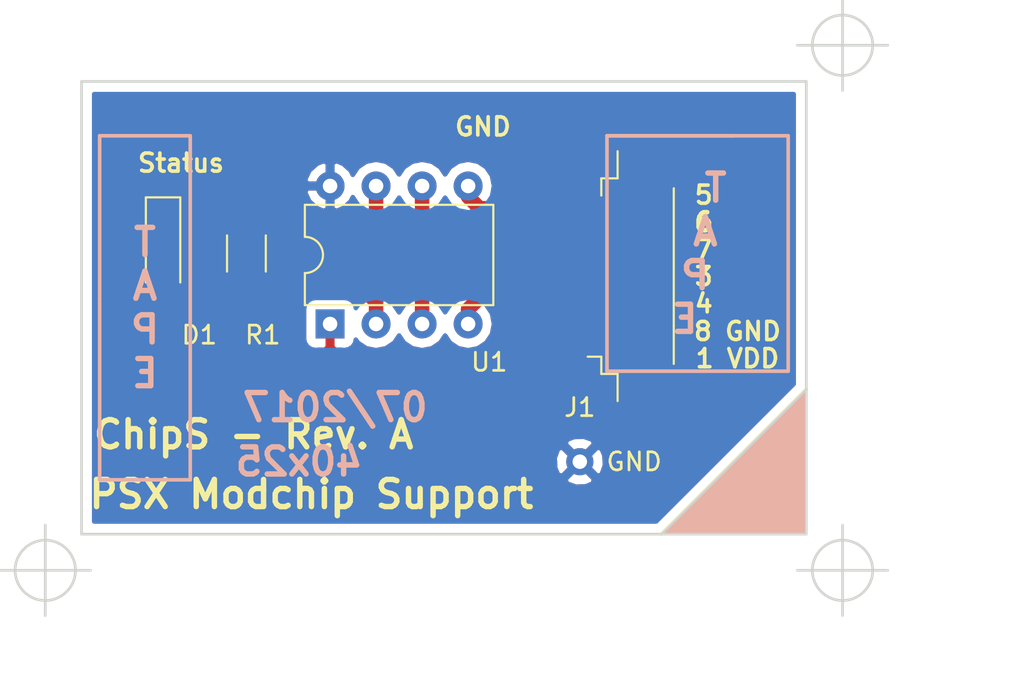
<source format=kicad_pcb>
(kicad_pcb (version 4) (host pcbnew 4.0.6)

  (general
    (links 11)
    (no_connects 0)
    (area 75.924999 58.924999 116.075001 84.075001)
    (thickness 1.6)
    (drawings 39)
    (tracks 21)
    (zones 0)
    (modules 5)
    (nets 10)
  )

  (page A4)
  (layers
    (0 F.Cu signal)
    (31 B.Cu signal)
    (33 F.Adhes user)
    (35 F.Paste user)
    (36 B.SilkS user)
    (37 F.SilkS user)
    (38 B.Mask user)
    (39 F.Mask user)
    (40 Dwgs.User user)
    (41 Cmts.User user)
    (42 Eco1.User user)
    (43 Eco2.User user)
    (44 Edge.Cuts user)
    (45 Margin user)
    (47 F.CrtYd user)
    (49 F.Fab user)
  )

  (setup
    (last_trace_width 0.8)
    (trace_clearance 0.4)
    (zone_clearance 0.5)
    (zone_45_only no)
    (trace_min 0.5)
    (segment_width 0.2)
    (edge_width 0.15)
    (via_size 0.6)
    (via_drill 0.4)
    (via_min_size 0.4)
    (via_min_drill 0.3)
    (uvia_size 0.3)
    (uvia_drill 0.1)
    (uvias_allowed no)
    (uvia_min_size 0.2)
    (uvia_min_drill 0.1)
    (pcb_text_width 0.3)
    (pcb_text_size 1.5 1.5)
    (mod_edge_width 0.15)
    (mod_text_size 1 1)
    (mod_text_width 0.15)
    (pad_size 1.5 1.5)
    (pad_drill 0.8)
    (pad_to_mask_clearance 0.2)
    (aux_axis_origin 76 84)
    (grid_origin 76 84)
    (visible_elements 7FFFFFFF)
    (pcbplotparams
      (layerselection 0x011f0_80000001)
      (usegerberextensions false)
      (usegerberattributes true)
      (excludeedgelayer true)
      (linewidth 0.100000)
      (plotframeref false)
      (viasonmask true)
      (mode 1)
      (useauxorigin false)
      (hpglpennumber 1)
      (hpglpenspeed 20)
      (hpglpendiameter 15)
      (hpglpenoverlay 2)
      (psnegative false)
      (psa4output false)
      (plotreference true)
      (plotvalue true)
      (plotinvisibletext false)
      (padsonsilk false)
      (subtractmaskfromsilk false)
      (outputformat 1)
      (mirror false)
      (drillshape 0)
      (scaleselection 1)
      (outputdirectory Outputs/Gerber/))
  )

  (net 0 "")
  (net 1 VDD)
  (net 2 GND)
  (net 3 /GP4)
  (net 4 /GP3)
  (net 5 "Net-(D1-Pad1)")
  (net 6 /GP2)
  (net 7 /GP1)
  (net 8 /GP0)
  (net 9 /GP5)

  (net_class Default "Ceci est la Netclass par défaut"
    (clearance 0.4)
    (trace_width 0.8)
    (via_dia 0.6)
    (via_drill 0.4)
    (uvia_dia 0.3)
    (uvia_drill 0.1)
    (add_net /GP0)
    (add_net /GP1)
    (add_net /GP2)
    (add_net /GP3)
    (add_net /GP4)
    (add_net /GP5)
    (add_net GND)
    (add_net "Net-(D1-Pad1)")
    (add_net VDD)
  )

  (module Measurement_Points:Measurement_Point_Round-TH_Small (layer F.Cu) (tedit 5978FF09) (tstamp 5977B359)
    (at 103.5 80)
    (descr "Mesurement Point, Square, Trough Hole,  DM 1.5mm, Drill 0.8mm,")
    (tags "Mesurement Point Round Trough Hole 1.5mm Drill 0.8mm")
    (attr virtual)
    (fp_text reference GND (at 3 0) (layer F.SilkS)
      (effects (font (size 1 1) (thickness 0.15)))
    )
    (fp_text value Measurement_Point_Round-TH_Small (at 0 2) (layer F.Fab)
      (effects (font (size 1 1) (thickness 0.15)))
    )
    (fp_circle (center 0 0) (end 1 0) (layer F.CrtYd) (width 0.05))
    (pad 1 thru_hole circle (at 0 0) (size 1.5 1.5) (drill 0.8) (layers *.Cu *.Mask)
      (net 2 GND))
  )

  (module Connectors_Molex:Molex_PicoBlade_53398-0771_07x1.25mm_Straight (layer F.Cu) (tedit 5978F17D) (tstamp 596E4311)
    (at 106.0609 69.7506 90)
    (descr "Molex PicoBlade, single row, top entry type, surface mount, PN:53398-0771")
    (tags "connector molex picoblade smt")
    (path /5969FCFB)
    (attr smd)
    (fp_text reference J1 (at -7.2494 -2.5609 180) (layer F.SilkS)
      (effects (font (size 1 1) (thickness 0.15)))
    )
    (fp_text value CONN_01X07 (at 8.7506 -3.0609 180) (layer F.Fab)
      (effects (font (size 1 1) (thickness 0.15)))
    )
    (fp_line (start -5.25 -1.225) (end -5.25 2.475) (layer F.Fab) (width 0.1))
    (fp_line (start -5.25 2.475) (end 5.25 2.475) (layer F.Fab) (width 0.1))
    (fp_line (start 5.25 2.475) (end 5.25 -1.225) (layer F.Fab) (width 0.1))
    (fp_line (start 5.25 -1.225) (end -5.25 -1.225) (layer F.Fab) (width 0.1))
    (fp_line (start 5.25 2.475) (end 6.75 2.475) (layer F.Fab) (width 0.1))
    (fp_line (start 6.75 2.475) (end 6.75 -0.325) (layer F.Fab) (width 0.1))
    (fp_line (start 6.75 -0.325) (end 5.25 -0.325) (layer F.Fab) (width 0.1))
    (fp_line (start -5.25 2.475) (end -6.75 2.475) (layer F.Fab) (width 0.1))
    (fp_line (start -6.75 2.475) (end -6.75 -0.325) (layer F.Fab) (width 0.1))
    (fp_line (start -6.75 -0.325) (end -5.25 -0.325) (layer F.Fab) (width 0.1))
    (fp_line (start 4.45 -1.375) (end 5.4 -1.375) (layer F.SilkS) (width 0.12))
    (fp_line (start 5.4 -1.375) (end 5.4 -0.475) (layer F.SilkS) (width 0.12))
    (fp_line (start 5.4 -0.475) (end 6.9 -0.475) (layer F.SilkS) (width 0.12))
    (fp_line (start -4.45 -1.375) (end -5.4 -1.375) (layer F.SilkS) (width 0.12))
    (fp_line (start -5.4 -1.375) (end -5.4 -0.475) (layer F.SilkS) (width 0.12))
    (fp_line (start -5.4 -0.475) (end -6.9 -0.475) (layer F.SilkS) (width 0.12))
    (fp_line (start -4.85 2.625) (end 4.85 2.625) (layer F.SilkS) (width 0.12))
    (fp_line (start -4.45 -1.375) (end -4.45 -2.125) (layer F.SilkS) (width 0.12))
    (fp_line (start -4.15 -1.225) (end -3.75 -0.425) (layer F.Fab) (width 0.1))
    (fp_line (start -3.75 -0.425) (end -3.35 -1.225) (layer F.Fab) (width 0.1))
    (fp_line (start -3.35 -1.225) (end -4.15 -1.225) (layer F.Fab) (width 0.1))
    (fp_line (start 0 -2.7) (end 5.8 -2.7) (layer F.CrtYd) (width 0.05))
    (fp_line (start 5.8 -2.7) (end 5.8 -0.9) (layer F.CrtYd) (width 0.05))
    (fp_line (start 5.8 -0.9) (end 7.9 -0.9) (layer F.CrtYd) (width 0.05))
    (fp_line (start 7.9 -0.9) (end 7.9 3.5) (layer F.CrtYd) (width 0.05))
    (fp_line (start 7.9 3.5) (end 0 3.5) (layer F.CrtYd) (width 0.05))
    (fp_line (start 0 -2.7) (end -5.8 -2.7) (layer F.CrtYd) (width 0.05))
    (fp_line (start -5.8 -2.7) (end -5.8 -0.9) (layer F.CrtYd) (width 0.05))
    (fp_line (start -5.8 -0.9) (end -7.9 -0.9) (layer F.CrtYd) (width 0.05))
    (fp_line (start -7.9 -0.9) (end -7.9 3.5) (layer F.CrtYd) (width 0.05))
    (fp_line (start -7.9 3.5) (end 0 3.5) (layer F.CrtYd) (width 0.05))
    (fp_text user %R (at 0 1.5 90) (layer F.Fab)
      (effects (font (size 1 1) (thickness 0.15)))
    )
    (pad 1 smd rect (at -3.75 -1.375 90) (size 0.8 1.5) (layers F.Cu F.Paste F.Mask)
      (net 1 VDD))
    (pad 2 smd rect (at -2.5 -1.375 90) (size 0.8 1.5) (layers F.Cu F.Paste F.Mask)
      (net 2 GND))
    (pad 3 smd rect (at -1.25 -1.375 90) (size 0.8 1.5) (layers F.Cu F.Paste F.Mask)
      (net 4 /GP3))
    (pad 4 smd rect (at 0 -1.375 90) (size 0.8 1.5) (layers F.Cu F.Paste F.Mask)
      (net 3 /GP4))
    (pad 5 smd rect (at 1.25 -1.375 90) (size 0.8 1.5) (layers F.Cu F.Paste F.Mask)
      (net 8 /GP0))
    (pad 6 smd rect (at 2.5 -1.375 90) (size 0.8 1.5) (layers F.Cu F.Paste F.Mask)
      (net 7 /GP1))
    (pad 7 smd rect (at 3.75 -1.375 90) (size 0.8 1.5) (layers F.Cu F.Paste F.Mask)
      (net 6 /GP2))
    (pad "" smd rect (at -6.25 1.375 90) (size 2.2 3.1) (layers F.Cu F.Paste F.Mask))
    (pad "" smd rect (at 6.25 1.375 90) (size 2.2 3.1) (layers F.Cu F.Paste F.Mask))
    (model ${KISYS3DMOD}/Connectors_Molex.3dshapes/Molex_PicoBlade_53398-0771_07x1.25mm_Straight.wrl
      (at (xyz 0 0 0))
      (scale (xyz 1 1 1))
      (rotate (xyz 0 0 0))
    )
  )

  (module Housings_DIP:DIP-8_W7.62mm (layer F.Cu) (tedit 5977B26F) (tstamp 596E432D)
    (at 89.716 72.3922 90)
    (descr "8-lead dip package, row spacing 7.62 mm (300 mils)")
    (tags "DIL DIP PDIP 2.54mm 7.62mm 300mil")
    (path /5969EAAC)
    (fp_text reference U1 (at -2.1078 8.784 180) (layer F.SilkS)
      (effects (font (size 1 1) (thickness 0.15)))
    )
    (fp_text value PIC12C508 (at -2.6078 3.284 180) (layer F.Fab)
      (effects (font (size 1 1) (thickness 0.15)))
    )
    (fp_text user %R (at 3.81 3.81 90) (layer F.Fab)
      (effects (font (size 1 1) (thickness 0.15)))
    )
    (fp_line (start 1.635 -1.27) (end 6.985 -1.27) (layer F.Fab) (width 0.1))
    (fp_line (start 6.985 -1.27) (end 6.985 8.89) (layer F.Fab) (width 0.1))
    (fp_line (start 6.985 8.89) (end 0.635 8.89) (layer F.Fab) (width 0.1))
    (fp_line (start 0.635 8.89) (end 0.635 -0.27) (layer F.Fab) (width 0.1))
    (fp_line (start 0.635 -0.27) (end 1.635 -1.27) (layer F.Fab) (width 0.1))
    (fp_line (start 2.81 -1.39) (end 1.04 -1.39) (layer F.SilkS) (width 0.12))
    (fp_line (start 1.04 -1.39) (end 1.04 9.01) (layer F.SilkS) (width 0.12))
    (fp_line (start 1.04 9.01) (end 6.58 9.01) (layer F.SilkS) (width 0.12))
    (fp_line (start 6.58 9.01) (end 6.58 -1.39) (layer F.SilkS) (width 0.12))
    (fp_line (start 6.58 -1.39) (end 4.81 -1.39) (layer F.SilkS) (width 0.12))
    (fp_line (start -1.1 -1.6) (end -1.1 9.2) (layer F.CrtYd) (width 0.05))
    (fp_line (start -1.1 9.2) (end 8.7 9.2) (layer F.CrtYd) (width 0.05))
    (fp_line (start 8.7 9.2) (end 8.7 -1.6) (layer F.CrtYd) (width 0.05))
    (fp_line (start 8.7 -1.6) (end -1.1 -1.6) (layer F.CrtYd) (width 0.05))
    (fp_arc (start 3.81 -1.39) (end 2.81 -1.39) (angle -180) (layer F.SilkS) (width 0.12))
    (pad 1 thru_hole rect (at 0 0 90) (size 1.6 1.6) (drill 0.8) (layers *.Cu *.Mask)
      (net 1 VDD))
    (pad 5 thru_hole oval (at 7.62 7.62 90) (size 1.6 1.6) (drill 0.8) (layers *.Cu *.Mask)
      (net 6 /GP2))
    (pad 2 thru_hole oval (at 0 2.54 90) (size 1.6 1.6) (drill 0.8) (layers *.Cu *.Mask)
      (net 9 /GP5))
    (pad 6 thru_hole oval (at 7.62 5.08 90) (size 1.6 1.6) (drill 0.8) (layers *.Cu *.Mask)
      (net 7 /GP1))
    (pad 3 thru_hole oval (at 0 5.08 90) (size 1.6 1.6) (drill 0.8) (layers *.Cu *.Mask)
      (net 3 /GP4))
    (pad 7 thru_hole oval (at 7.62 2.54 90) (size 1.6 1.6) (drill 0.8) (layers *.Cu *.Mask)
      (net 8 /GP0))
    (pad 4 thru_hole oval (at 0 7.62 90) (size 1.6 1.6) (drill 0.8) (layers *.Cu *.Mask)
      (net 4 /GP3))
    (pad 8 thru_hole oval (at 7.62 0 90) (size 1.6 1.6) (drill 0.8) (layers *.Cu *.Mask)
      (net 2 GND))
    (model ${KISYS3DMOD}/Housings_DIP.3dshapes/DIP-8_W7.62mm.wrl
      (at (xyz 0 0 0))
      (scale (xyz 1 1 1))
      (rotate (xyz 0 0 0))
    )
  )

  (module Resistors_SMD:R_1206_HandSoldering (layer F.Cu) (tedit 5977ADF7) (tstamp 596E4B19)
    (at 85.1 68.5 270)
    (descr "Resistor SMD 1206, hand soldering")
    (tags "resistor 1206")
    (path /5969F049)
    (attr smd)
    (fp_text reference R1 (at 4.5 -0.9 360) (layer F.SilkS)
      (effects (font (size 1 1) (thickness 0.15)))
    )
    (fp_text value 120R (at 0 1.9 270) (layer F.Fab)
      (effects (font (size 1 1) (thickness 0.15)))
    )
    (fp_text user %R (at 0 0 270) (layer F.Fab)
      (effects (font (size 0.7 0.7) (thickness 0.105)))
    )
    (fp_line (start -1.6 0.8) (end -1.6 -0.8) (layer F.Fab) (width 0.1))
    (fp_line (start 1.6 0.8) (end -1.6 0.8) (layer F.Fab) (width 0.1))
    (fp_line (start 1.6 -0.8) (end 1.6 0.8) (layer F.Fab) (width 0.1))
    (fp_line (start -1.6 -0.8) (end 1.6 -0.8) (layer F.Fab) (width 0.1))
    (fp_line (start 1 1.07) (end -1 1.07) (layer F.SilkS) (width 0.12))
    (fp_line (start -1 -1.07) (end 1 -1.07) (layer F.SilkS) (width 0.12))
    (fp_line (start -3.25 -1.11) (end 3.25 -1.11) (layer F.CrtYd) (width 0.05))
    (fp_line (start -3.25 -1.11) (end -3.25 1.1) (layer F.CrtYd) (width 0.05))
    (fp_line (start 3.25 1.1) (end 3.25 -1.11) (layer F.CrtYd) (width 0.05))
    (fp_line (start 3.25 1.1) (end -3.25 1.1) (layer F.CrtYd) (width 0.05))
    (pad 1 smd rect (at -2 0 270) (size 2 1.7) (layers F.Cu F.Paste F.Mask)
      (net 5 "Net-(D1-Pad1)"))
    (pad 2 smd rect (at 2 0 270) (size 2 1.7) (layers F.Cu F.Paste F.Mask)
      (net 9 /GP5))
    (model ${KISYS3DMOD}/Resistors_SMD.3dshapes/R_1206.wrl
      (at (xyz 0 0 0))
      (scale (xyz 1 1 1))
      (rotate (xyz 0 0 0))
    )
  )

  (module LEDs:LED_1206_HandSoldering (layer F.Cu) (tedit 5977ADF2) (tstamp 596E4C3B)
    (at 80.5 68.5 270)
    (descr "LED SMD 1206, hand soldering")
    (tags "LED 1206")
    (path /5969F4B7)
    (attr smd)
    (fp_text reference D1 (at 4.5 -2 360) (layer F.SilkS)
      (effects (font (size 1 1) (thickness 0.15)))
    )
    (fp_text value LED (at 0 1.9 270) (layer F.Fab)
      (effects (font (size 1 1) (thickness 0.15)))
    )
    (fp_line (start -3.1 -0.95) (end -3.1 0.95) (layer F.SilkS) (width 0.12))
    (fp_line (start -0.4 0) (end 0.2 -0.4) (layer F.Fab) (width 0.1))
    (fp_line (start 0.2 -0.4) (end 0.2 0.4) (layer F.Fab) (width 0.1))
    (fp_line (start 0.2 0.4) (end -0.4 0) (layer F.Fab) (width 0.1))
    (fp_line (start -0.45 -0.4) (end -0.45 0.4) (layer F.Fab) (width 0.1))
    (fp_line (start -1.6 0.8) (end -1.6 -0.8) (layer F.Fab) (width 0.1))
    (fp_line (start 1.6 0.8) (end -1.6 0.8) (layer F.Fab) (width 0.1))
    (fp_line (start 1.6 -0.8) (end 1.6 0.8) (layer F.Fab) (width 0.1))
    (fp_line (start -1.6 -0.8) (end 1.6 -0.8) (layer F.Fab) (width 0.1))
    (fp_line (start -3.1 0.95) (end 1.6 0.95) (layer F.SilkS) (width 0.12))
    (fp_line (start -3.1 -0.95) (end 1.6 -0.95) (layer F.SilkS) (width 0.12))
    (fp_line (start -3.25 -1.11) (end 3.25 -1.11) (layer F.CrtYd) (width 0.05))
    (fp_line (start -3.25 -1.11) (end -3.25 1.1) (layer F.CrtYd) (width 0.05))
    (fp_line (start 3.25 1.1) (end 3.25 -1.11) (layer F.CrtYd) (width 0.05))
    (fp_line (start 3.25 1.1) (end -3.25 1.1) (layer F.CrtYd) (width 0.05))
    (pad 1 smd rect (at -2 0 270) (size 2 1.7) (layers F.Cu F.Paste F.Mask)
      (net 5 "Net-(D1-Pad1)"))
    (pad 2 smd rect (at 2 0 270) (size 2 1.7) (layers F.Cu F.Paste F.Mask)
      (net 1 VDD))
    (model ${KISYS3DMOD}/LEDs.3dshapes/LED_1206.wrl
      (at (xyz 0 0 0))
      (scale (xyz 1 1 1))
      (rotate (xyz 0 0 180))
    )
  )

  (gr_line (start 108 84) (end 116 76) (angle 90) (layer Edge.Cuts) (width 0.15))
  (gr_text 07/2017 (at 90 77) (layer B.SilkS)
    (effects (font (size 1.5 1.5) (thickness 0.3)) (justify mirror))
  )
  (target plus (at 74 86) (size 5) (width 0.15) (layer Edge.Cuts))
  (target plus (at 118 57) (size 5) (width 0.15) (layer Edge.Cuts))
  (target plus (at 118 86) (size 5) (width 0.15) (layer Edge.Cuts))
  (gr_text "T\n A\n  P\n   E" (at 111 68.5) (layer B.SilkS)
    (effects (font (size 1.5 1.5) (thickness 0.3)) (justify mirror))
  )
  (gr_line (start 105 62) (end 112 62) (angle 90) (layer B.SilkS) (width 0.2))
  (gr_line (start 105 75) (end 105 62) (angle 90) (layer B.SilkS) (width 0.2))
  (gr_line (start 115 75) (end 105 75) (angle 90) (layer B.SilkS) (width 0.2))
  (gr_line (start 115 62) (end 115 75) (angle 90) (layer B.SilkS) (width 0.2))
  (gr_line (start 105 62) (end 115 62) (angle 90) (layer B.SilkS) (width 0.2))
  (gr_text "T\nA\nP\nE" (at 79.5 71.5) (layer B.SilkS)
    (effects (font (size 1.5 1.5) (thickness 0.3)) (justify mirror))
  )
  (gr_line (start 77 81) (end 77 71) (angle 90) (layer B.SilkS) (width 0.2))
  (gr_line (start 82 81) (end 77 81) (angle 90) (layer B.SilkS) (width 0.2))
  (gr_line (start 82 62) (end 82 81) (angle 90) (layer B.SilkS) (width 0.2))
  (gr_line (start 77 62) (end 82 62) (angle 90) (layer B.SilkS) (width 0.2))
  (gr_line (start 77 71) (end 77 62) (angle 90) (layer B.SilkS) (width 0.2))
  (gr_text GND (at 96.5 61.5) (layer F.SilkS)
    (effects (font (size 1 1) (thickness 0.2)) (justify left))
  )
  (dimension 25 (width 0.3) (layer Dwgs.User)
    (gr_text "25,000 mm" (at 125.35 71.5 270) (layer Dwgs.User)
      (effects (font (size 1.5 1.5) (thickness 0.3)))
    )
    (feature1 (pts (xy 116 84) (xy 126.7 84)))
    (feature2 (pts (xy 116 59) (xy 126.7 59)))
    (crossbar (pts (xy 124 59) (xy 124 84)))
    (arrow1a (pts (xy 124 84) (xy 123.413579 82.873496)))
    (arrow1b (pts (xy 124 84) (xy 124.586421 82.873496)))
    (arrow2a (pts (xy 124 59) (xy 123.413579 60.126504)))
    (arrow2b (pts (xy 124 59) (xy 124.586421 60.126504)))
  )
  (dimension 17 (width 0.3) (layer Dwgs.User)
    (gr_text "17,000 mm" (at 121.35 67.5 270) (layer Dwgs.User)
      (effects (font (size 1.5 1.5) (thickness 0.3)))
    )
    (feature1 (pts (xy 116 76) (xy 122.7 76)))
    (feature2 (pts (xy 116 59) (xy 122.7 59)))
    (crossbar (pts (xy 120 59) (xy 120 76)))
    (arrow1a (pts (xy 120 76) (xy 119.413579 74.873496)))
    (arrow1b (pts (xy 120 76) (xy 120.586421 74.873496)))
    (arrow2a (pts (xy 120 59) (xy 119.413579 60.126504)))
    (arrow2b (pts (xy 120 59) (xy 120.586421 60.126504)))
  )
  (gr_line (start 116 59) (end 76 59) (angle 90) (layer Edge.Cuts) (width 0.15))
  (gr_text 5 (at 110.341 65.27) (layer F.SilkS)
    (effects (font (size 1 1) (thickness 0.2)))
  )
  (gr_text "8 GND" (at 112.2 72.8) (layer F.SilkS)
    (effects (font (size 1 1) (thickness 0.2)))
  )
  (gr_text "1 VDD" (at 112.2 74.3) (layer F.SilkS)
    (effects (font (size 1 1) (thickness 0.2)))
  )
  (gr_text 4 (at 110.341 71.27) (layer F.SilkS)
    (effects (font (size 1 1) (thickness 0.2)))
  )
  (gr_text "3\n" (at 110.341 69.77) (layer F.SilkS)
    (effects (font (size 1 1) (thickness 0.2)))
  )
  (gr_text 7 (at 110.341 68.27) (layer F.SilkS)
    (effects (font (size 1 1) (thickness 0.2)))
  )
  (gr_text "PSX Modchip Support" (at 101.1 81.8) (layer F.SilkS)
    (effects (font (size 1.5 1.5) (thickness 0.3)) (justify right))
  )
  (gr_text Status (at 79 63.5) (layer F.SilkS)
    (effects (font (size 1 1) (thickness 0.2)) (justify left))
  )
  (dimension 40 (width 0.3) (layer Dwgs.User)
    (gr_text "40,000 mm" (at 96 93.35) (layer Dwgs.User)
      (effects (font (size 1.5 1.5) (thickness 0.3)))
    )
    (feature1 (pts (xy 116 84) (xy 116 94.7)))
    (feature2 (pts (xy 76 84) (xy 76 94.7)))
    (crossbar (pts (xy 76 92) (xy 116 92)))
    (arrow1a (pts (xy 116 92) (xy 114.873496 92.586421)))
    (arrow1b (pts (xy 116 92) (xy 114.873496 91.413579)))
    (arrow2a (pts (xy 76 92) (xy 77.126504 92.586421)))
    (arrow2b (pts (xy 76 92) (xy 77.126504 91.413579)))
  )
  (dimension 32 (width 0.3) (layer Dwgs.User)
    (gr_text "32,000 mm" (at 92 89.35) (layer Dwgs.User)
      (effects (font (size 1.5 1.5) (thickness 0.3)))
    )
    (feature1 (pts (xy 108 84) (xy 108 90.7)))
    (feature2 (pts (xy 76 84) (xy 76 90.7)))
    (crossbar (pts (xy 76 88) (xy 108 88)))
    (arrow1a (pts (xy 108 88) (xy 106.873496 88.586421)))
    (arrow1b (pts (xy 108 88) (xy 106.873496 87.413579)))
    (arrow2a (pts (xy 76 88) (xy 77.126504 88.586421)))
    (arrow2b (pts (xy 76 88) (xy 77.126504 87.413579)))
  )
  (gr_text 6 (at 110.341 66.77) (layer F.SilkS)
    (effects (font (size 1 1) (thickness 0.25)))
  )
  (gr_text "ChipS - Rev. A" (at 85.5 78.5) (layer F.SilkS)
    (effects (font (size 1.5 1.5) (thickness 0.3)))
  )
  (gr_text 40x25 (at 88 80) (layer B.SilkS)
    (effects (font (size 1.5 1.5) (thickness 0.3)) (justify mirror))
  )
  (gr_line (start 93.5 69) (end 93.5 68) (angle 90) (layer Eco1.User) (width 0.2))
  (gr_line (start 108 84) (end 116 76) (angle 90) (layer F.SilkS) (width 0.2))
  (gr_line (start 76 84) (end 76 59) (angle 90) (layer Edge.Cuts) (width 0.15))
  (gr_line (start 116 84) (end 76 84) (angle 90) (layer Edge.Cuts) (width 0.15))
  (gr_line (start 116 59) (end 116 84) (angle 90) (layer Edge.Cuts) (width 0.15))

  (segment (start 94.796 72.3922) (end 94.796 70.542002) (width 0.8) (layer F.Cu) (net 3))
  (segment (start 94.796 70.542002) (end 95.587402 69.7506) (width 0.8) (layer F.Cu) (net 3) (tstamp 5977AAEE))
  (segment (start 95.587402 69.7506) (end 104.6859 69.7506) (width 0.8) (layer F.Cu) (net 3) (tstamp 5977AAEF))
  (segment (start 97.336 72.3922) (end 97.336 71.5794) (width 0.8) (layer F.Cu) (net 4))
  (segment (start 97.336 71.5794) (end 97.9148 71.0006) (width 0.8) (layer F.Cu) (net 4) (tstamp 5977AAF3))
  (segment (start 97.9148 71.0006) (end 104.6859 71.0006) (width 0.8) (layer F.Cu) (net 4) (tstamp 5977AAF4))
  (segment (start 80.5 66.5) (end 85.1 66.5) (width 0.8) (layer F.Cu) (net 5))
  (segment (start 97.336 64.7722) (end 97.336 65.3691) (width 0.8) (layer F.Cu) (net 6))
  (segment (start 97.336 64.7722) (end 97.336 65.3691) (width 0.5) (layer F.Cu) (net 6))
  (segment (start 97.336 65.3691) (end 97.9675 66.0006) (width 0.8) (layer F.Cu) (net 6) (tstamp 5977AAEA))
  (segment (start 97.9675 66.0006) (end 104.6859 66.0006) (width 0.8) (layer F.Cu) (net 6) (tstamp 5977AAEB))
  (segment (start 97.336 64.7722) (end 97.336 65.0008) (width 0.5) (layer F.Cu) (net 6))
  (segment (start 94.796 64.7722) (end 94.796 66.2962) (width 0.8) (layer F.Cu) (net 7))
  (segment (start 94.796 66.2962) (end 95.7504 67.2506) (width 0.8) (layer F.Cu) (net 7) (tstamp 5977AAE6))
  (segment (start 95.7504 67.2506) (end 104.6859 67.2506) (width 0.8) (layer F.Cu) (net 7) (tstamp 5977AAE7))
  (segment (start 104.6859 68.5006) (end 93.7365 68.5006) (width 0.8) (layer F.Cu) (net 8))
  (segment (start 93.7365 68.5006) (end 92.256 67.0201) (width 0.8) (layer F.Cu) (net 8) (tstamp 5977AAE2))
  (segment (start 92.256 67.0201) (end 92.256 64.7722) (width 0.8) (layer F.Cu) (net 8) (tstamp 5977AAE3))
  (segment (start 85.1 70.5) (end 91.583 70.5) (width 0.8) (layer F.Cu) (net 9))
  (segment (start 91.583 70.5) (end 92.256 71.173) (width 0.8) (layer F.Cu) (net 9) (tstamp 5977A709))
  (segment (start 92.256 71.173) (end 92.256 72.3922) (width 0.8) (layer F.Cu) (net 9) (tstamp 5977A70A))

  (zone (net 0) (net_name "") (layer F.SilkS) (tstamp 5976450E) (hatch edge 0.508)
    (connect_pads (clearance 0.5))
    (min_thickness 0.25)
    (fill yes (arc_segments 16) (thermal_gap 0.5) (thermal_bridge_width 0.5))
    (polygon
      (pts
        (xy 116 84) (xy 108 84) (xy 116 76)
      )
    )
    (filled_polygon
      (pts
        (xy 115.875 83.875) (xy 108.301776 83.875) (xy 115.875 76.301776)
      )
    )
  )
  (zone (net 1) (net_name VDD) (layer F.Cu) (tstamp 5977ABB4) (hatch edge 0.508)
    (priority 1)
    (connect_pads (clearance 0.5))
    (min_thickness 0.25)
    (fill yes (arc_segments 16) (thermal_gap 0.5) (thermal_bridge_width 0.5))
    (polygon
      (pts
        (xy 81.4 75.2) (xy 88.9 75.2) (xy 88.9 71.6) (xy 90.5 71.6) (xy 90.5 75.2)
        (xy 100.4 75.2) (xy 100.4 73.1) (xy 106 73.1) (xy 106 74.4) (xy 101.8 74.4)
        (xy 101.8 76.6) (xy 79.6 76.6) (xy 79.6 69.5) (xy 81.4 69.5)
      )
    )
    (filled_polygon
      (pts
        (xy 80.625 70.375) (xy 80.645 70.375) (xy 80.645 70.625) (xy 80.625 70.625) (xy 80.625 71.96875)
        (xy 80.78125 72.125) (xy 81.275 72.125) (xy 81.275 75.2) (xy 81.284848 75.248632) (xy 81.312841 75.289601)
        (xy 81.354568 75.316451) (xy 81.4 75.325) (xy 88.9 75.325) (xy 88.948632 75.315152) (xy 88.989601 75.287159)
        (xy 89.016451 75.245432) (xy 89.025 75.2) (xy 89.025 73.8172) (xy 89.43475 73.8172) (xy 89.591 73.66095)
        (xy 89.591 72.5172) (xy 89.571 72.5172) (xy 89.571 72.2672) (xy 89.591 72.2672) (xy 89.591 72.2472)
        (xy 89.841 72.2472) (xy 89.841 72.2672) (xy 89.861 72.2672) (xy 89.861 72.5172) (xy 89.841 72.5172)
        (xy 89.841 73.66095) (xy 89.99725 73.8172) (xy 90.375 73.8172) (xy 90.375 75.2) (xy 90.384848 75.248632)
        (xy 90.412841 75.289601) (xy 90.454568 75.316451) (xy 90.5 75.325) (xy 100.4 75.325) (xy 100.448632 75.315152)
        (xy 100.489601 75.287159) (xy 100.516451 75.245432) (xy 100.525 75.2) (xy 100.525 73.225) (xy 103.31655 73.225)
        (xy 103.46715 73.3756) (xy 104.5609 73.3756) (xy 104.5609 73.3556) (xy 104.8109 73.3556) (xy 104.8109 73.3756)
        (xy 104.8309 73.3756) (xy 104.8309 73.6256) (xy 104.8109 73.6256) (xy 104.8109 73.6456) (xy 104.5609 73.6456)
        (xy 104.5609 73.6256) (xy 103.46715 73.6256) (xy 103.3109 73.78185) (xy 103.3109 74.02492) (xy 103.40605 74.254634)
        (xy 103.426416 74.275) (xy 101.8 74.275) (xy 101.751368 74.284848) (xy 101.710399 74.312841) (xy 101.683549 74.354568)
        (xy 101.675 74.4) (xy 101.675 76.475) (xy 79.725 76.475) (xy 79.725 72.125) (xy 80.21875 72.125)
        (xy 80.375 71.96875) (xy 80.375 70.625) (xy 80.355 70.625) (xy 80.355 70.375) (xy 80.375 70.375)
        (xy 80.375 70.355) (xy 80.625 70.355)
      )
    )
  )
  (zone (net 2) (net_name GND) (layer F.Cu) (tstamp 5977AF9E) (hatch edge 0.508)
    (connect_pads (clearance 0.5))
    (min_thickness 0.25)
    (fill yes (arc_segments 16) (thermal_gap 0.5) (thermal_bridge_width 0.5))
    (polygon
      (pts
        (xy 116 76) (xy 108 84) (xy 76 84) (xy 76 59) (xy 116 59)
      )
    )
    (filled_polygon
      (pts
        (xy 115.3 75.710051) (xy 107.71005 83.3) (xy 76.7 83.3) (xy 76.7 80.964776) (xy 102.712 80.964776)
        (xy 102.780371 81.203147) (xy 103.295574 81.386953) (xy 103.841899 81.359608) (xy 104.219629 81.203147) (xy 104.288 80.964776)
        (xy 103.5 80.176777) (xy 102.712 80.964776) (xy 76.7 80.964776) (xy 76.7 79.795574) (xy 102.113047 79.795574)
        (xy 102.140392 80.341899) (xy 102.296853 80.719629) (xy 102.535224 80.788) (xy 103.323223 80) (xy 103.676777 80)
        (xy 104.464776 80.788) (xy 104.703147 80.719629) (xy 104.886953 80.204426) (xy 104.859608 79.658101) (xy 104.703147 79.280371)
        (xy 104.464776 79.212) (xy 103.676777 80) (xy 103.323223 80) (xy 102.535224 79.212) (xy 102.296853 79.280371)
        (xy 102.113047 79.795574) (xy 76.7 79.795574) (xy 76.7 79.035224) (xy 102.712 79.035224) (xy 103.5 79.823223)
        (xy 104.288 79.035224) (xy 104.219629 78.796853) (xy 103.704426 78.613047) (xy 103.158101 78.640392) (xy 102.780371 78.796853)
        (xy 102.712 79.035224) (xy 76.7 79.035224) (xy 76.7 69.5) (xy 78.975 69.5) (xy 78.975 76.6)
        (xy 79.017743 76.827161) (xy 79.151995 77.035794) (xy 79.35684 77.175759) (xy 79.6 77.225) (xy 101.8 77.225)
        (xy 102.027161 77.182257) (xy 102.235794 77.048005) (xy 102.375759 76.84316) (xy 102.425 76.6) (xy 102.425 75.025)
        (xy 105.248656 75.025) (xy 105.248656 77.1006) (xy 105.292237 77.332211) (xy 105.429119 77.544932) (xy 105.637976 77.687638)
        (xy 105.8859 77.737844) (xy 108.9859 77.737844) (xy 109.217511 77.694263) (xy 109.430232 77.557381) (xy 109.572938 77.348524)
        (xy 109.623144 77.1006) (xy 109.623144 74.9006) (xy 109.579563 74.668989) (xy 109.442681 74.456268) (xy 109.233824 74.313562)
        (xy 108.9859 74.263356) (xy 106.625 74.263356) (xy 106.625 73.1) (xy 106.582257 72.872839) (xy 106.448005 72.664206)
        (xy 106.24316 72.524241) (xy 106.005078 72.476028) (xy 105.90465 72.3756) (xy 104.8109 72.3756) (xy 104.8109 72.3956)
        (xy 104.5609 72.3956) (xy 104.5609 72.3756) (xy 103.46715 72.3756) (xy 103.36775 72.475) (xy 100.4 72.475)
        (xy 100.172839 72.517743) (xy 99.964206 72.651995) (xy 99.824241 72.85684) (xy 99.775 73.1) (xy 99.775 74.575)
        (xy 91.125 74.575) (xy 91.125 73.331673) (xy 91.138764 73.263703) (xy 91.248373 73.427744) (xy 91.710676 73.736645)
        (xy 92.256 73.845117) (xy 92.801324 73.736645) (xy 93.263627 73.427744) (xy 93.526 73.035075) (xy 93.788373 73.427744)
        (xy 94.250676 73.736645) (xy 94.796 73.845117) (xy 95.341324 73.736645) (xy 95.803627 73.427744) (xy 96.066 73.035075)
        (xy 96.328373 73.427744) (xy 96.790676 73.736645) (xy 97.336 73.845117) (xy 97.881324 73.736645) (xy 98.343627 73.427744)
        (xy 98.652528 72.965441) (xy 98.761 72.420117) (xy 98.761 72.364283) (xy 98.693632 72.0256) (xy 103.36715 72.0256)
        (xy 103.46715 72.1256) (xy 104.5609 72.1256) (xy 104.5609 72.1056) (xy 104.8109 72.1056) (xy 104.8109 72.1256)
        (xy 105.90465 72.1256) (xy 106.0609 71.96935) (xy 106.0609 71.72628) (xy 106.024828 71.639193) (xy 106.073144 71.4006)
        (xy 106.073144 70.6006) (xy 106.029563 70.368989) (xy 106.029073 70.368228) (xy 106.073144 70.1506) (xy 106.073144 69.3506)
        (xy 106.029563 69.118989) (xy 106.029073 69.118228) (xy 106.073144 68.9006) (xy 106.073144 68.1006) (xy 106.029563 67.868989)
        (xy 106.029073 67.868228) (xy 106.073144 67.6506) (xy 106.073144 66.8506) (xy 106.029563 66.618989) (xy 106.029073 66.618228)
        (xy 106.073144 66.4006) (xy 106.073144 65.6006) (xy 106.029563 65.368989) (xy 105.945174 65.237844) (xy 108.9859 65.237844)
        (xy 109.217511 65.194263) (xy 109.430232 65.057381) (xy 109.572938 64.848524) (xy 109.623144 64.6006) (xy 109.623144 62.4006)
        (xy 109.579563 62.168989) (xy 109.442681 61.956268) (xy 109.233824 61.813562) (xy 108.9859 61.763356) (xy 105.8859 61.763356)
        (xy 105.654289 61.806937) (xy 105.441568 61.943819) (xy 105.298862 62.152676) (xy 105.248656 62.4006) (xy 105.248656 64.6006)
        (xy 105.292237 64.832211) (xy 105.376626 64.963356) (xy 103.9359 64.963356) (xy 103.870829 64.9756) (xy 98.726094 64.9756)
        (xy 98.761 64.800117) (xy 98.761 64.744283) (xy 98.652528 64.198959) (xy 98.343627 63.736656) (xy 97.881324 63.427755)
        (xy 97.336 63.319283) (xy 96.790676 63.427755) (xy 96.328373 63.736656) (xy 96.066 64.129325) (xy 95.803627 63.736656)
        (xy 95.341324 63.427755) (xy 94.796 63.319283) (xy 94.250676 63.427755) (xy 93.788373 63.736656) (xy 93.526 64.129325)
        (xy 93.263627 63.736656) (xy 92.801324 63.427755) (xy 92.256 63.319283) (xy 91.710676 63.427755) (xy 91.248373 63.736656)
        (xy 90.969619 64.153841) (xy 90.861025 63.923925) (xy 90.449244 63.550314) (xy 90.061521 63.389724) (xy 89.841 63.509623)
        (xy 89.841 64.6472) (xy 89.861 64.6472) (xy 89.861 64.8972) (xy 89.841 64.8972) (xy 89.841 66.034777)
        (xy 90.061521 66.154676) (xy 90.449244 65.994086) (xy 90.861025 65.620475) (xy 90.969619 65.390559) (xy 91.231 65.781743)
        (xy 91.231 67.0201) (xy 91.276849 67.2506) (xy 91.309023 67.412351) (xy 91.531216 67.744884) (xy 93.011715 69.225384)
        (xy 93.210712 69.35835) (xy 93.344249 69.447577) (xy 93.7365 69.5256) (xy 94.362834 69.5256) (xy 94.071216 69.817218)
        (xy 93.849023 70.149751) (xy 93.771 70.542002) (xy 93.771 71.382657) (xy 93.526 71.749325) (xy 93.281 71.382657)
        (xy 93.281 71.173) (xy 93.202977 70.780749) (xy 93.087782 70.608349) (xy 92.980785 70.448216) (xy 92.307784 69.775216)
        (xy 91.975251 69.553023) (xy 91.583 69.475) (xy 86.58254 69.475) (xy 86.543663 69.268389) (xy 86.406781 69.055668)
        (xy 86.197924 68.912962) (xy 85.95 68.862756) (xy 84.25 68.862756) (xy 84.018389 68.906337) (xy 83.805668 69.043219)
        (xy 83.662962 69.252076) (xy 83.612756 69.5) (xy 83.612756 71.5) (xy 83.656337 71.731611) (xy 83.793219 71.944332)
        (xy 84.002076 72.087038) (xy 84.25 72.137244) (xy 85.95 72.137244) (xy 86.181611 72.093663) (xy 86.394332 71.956781)
        (xy 86.537038 71.747924) (xy 86.582181 71.525) (xy 88.290188 71.525) (xy 88.275 71.6) (xy 88.275 74.575)
        (xy 82.025 74.575) (xy 82.025 69.5) (xy 81.982257 69.272839) (xy 81.848005 69.064206) (xy 81.64316 68.924241)
        (xy 81.602331 68.915973) (xy 81.597924 68.912962) (xy 81.35 68.862756) (xy 79.65 68.862756) (xy 79.418389 68.906337)
        (xy 79.412162 68.910344) (xy 79.372839 68.917743) (xy 79.164206 69.051995) (xy 79.024241 69.25684) (xy 78.975 69.5)
        (xy 76.7 69.5) (xy 76.7 65.5) (xy 79.012756 65.5) (xy 79.012756 67.5) (xy 79.056337 67.731611)
        (xy 79.193219 67.944332) (xy 79.402076 68.087038) (xy 79.65 68.137244) (xy 81.35 68.137244) (xy 81.581611 68.093663)
        (xy 81.794332 67.956781) (xy 81.937038 67.747924) (xy 81.982181 67.525) (xy 83.61746 67.525) (xy 83.656337 67.731611)
        (xy 83.793219 67.944332) (xy 84.002076 68.087038) (xy 84.25 68.137244) (xy 85.95 68.137244) (xy 86.181611 68.093663)
        (xy 86.394332 67.956781) (xy 86.537038 67.747924) (xy 86.587244 67.5) (xy 86.587244 65.5) (xy 86.543663 65.268389)
        (xy 86.446712 65.117722) (xy 88.333514 65.117722) (xy 88.570975 65.620475) (xy 88.982756 65.994086) (xy 89.370479 66.154676)
        (xy 89.591 66.034777) (xy 89.591 64.8972) (xy 88.452733 64.8972) (xy 88.333514 65.117722) (xy 86.446712 65.117722)
        (xy 86.406781 65.055668) (xy 86.197924 64.912962) (xy 85.95 64.862756) (xy 84.25 64.862756) (xy 84.018389 64.906337)
        (xy 83.805668 65.043219) (xy 83.662962 65.252076) (xy 83.617819 65.475) (xy 81.98254 65.475) (xy 81.943663 65.268389)
        (xy 81.806781 65.055668) (xy 81.597924 64.912962) (xy 81.35 64.862756) (xy 79.65 64.862756) (xy 79.418389 64.906337)
        (xy 79.205668 65.043219) (xy 79.062962 65.252076) (xy 79.012756 65.5) (xy 76.7 65.5) (xy 76.7 64.426678)
        (xy 88.333514 64.426678) (xy 88.452733 64.6472) (xy 89.591 64.6472) (xy 89.591 63.509623) (xy 89.370479 63.389724)
        (xy 88.982756 63.550314) (xy 88.570975 63.923925) (xy 88.333514 64.426678) (xy 76.7 64.426678) (xy 76.7 59.7)
        (xy 115.3 59.7)
      )
    )
  )
  (zone (net 0) (net_name "") (layer B.SilkS) (tstamp 5977B09C) (hatch edge 0.508)
    (priority 1)
    (connect_pads (clearance 0.5))
    (min_thickness 0.25)
    (fill yes (arc_segments 16) (thermal_gap 0.5) (thermal_bridge_width 0.5))
    (polygon
      (pts
        (xy 116 84) (xy 108 84) (xy 116 76)
      )
    )
    (filled_polygon
      (pts
        (xy 115.875 83.875) (xy 108.301776 83.875) (xy 115.875 76.301776)
      )
    )
  )
  (zone (net 0) (net_name "") (layer F.Mask) (tstamp 5977B4E1) (hatch edge 0.508)
    (priority 1)
    (connect_pads (clearance 0.5))
    (min_thickness 0.25)
    (fill yes (arc_segments 16) (thermal_gap 0.5) (thermal_bridge_width 0.5))
    (polygon
      (pts
        (xy 102.5 63.5) (xy 100 63.5) (xy 100 61) (xy 102.5 61)
      )
    )
    (filled_polygon
      (pts
        (xy 102.375 63.375) (xy 100.125 63.375) (xy 100.125 61.125) (xy 102.375 61.125)
      )
    )
  )
  (zone (net 2) (net_name GND) (layer B.Cu) (tstamp 5976449A) (hatch edge 0.508)
    (connect_pads (clearance 0.5))
    (min_thickness 0.25)
    (fill yes (arc_segments 16) (thermal_gap 0.5) (thermal_bridge_width 0.5))
    (polygon
      (pts
        (xy 116 76) (xy 108 84) (xy 76 84) (xy 76 59) (xy 116 59)
      )
    )
    (filled_polygon
      (pts
        (xy 115.3 75.710051) (xy 107.71005 83.3) (xy 76.7 83.3) (xy 76.7 80.964776) (xy 102.712 80.964776)
        (xy 102.780371 81.203147) (xy 103.295574 81.386953) (xy 103.841899 81.359608) (xy 104.219629 81.203147) (xy 104.288 80.964776)
        (xy 103.5 80.176777) (xy 102.712 80.964776) (xy 76.7 80.964776) (xy 76.7 79.795574) (xy 102.113047 79.795574)
        (xy 102.140392 80.341899) (xy 102.296853 80.719629) (xy 102.535224 80.788) (xy 103.323223 80) (xy 103.676777 80)
        (xy 104.464776 80.788) (xy 104.703147 80.719629) (xy 104.886953 80.204426) (xy 104.859608 79.658101) (xy 104.703147 79.280371)
        (xy 104.464776 79.212) (xy 103.676777 80) (xy 103.323223 80) (xy 102.535224 79.212) (xy 102.296853 79.280371)
        (xy 102.113047 79.795574) (xy 76.7 79.795574) (xy 76.7 79.035224) (xy 102.712 79.035224) (xy 103.5 79.823223)
        (xy 104.288 79.035224) (xy 104.219629 78.796853) (xy 103.704426 78.613047) (xy 103.158101 78.640392) (xy 102.780371 78.796853)
        (xy 102.712 79.035224) (xy 76.7 79.035224) (xy 76.7 71.5922) (xy 88.278756 71.5922) (xy 88.278756 73.1922)
        (xy 88.322337 73.423811) (xy 88.459219 73.636532) (xy 88.668076 73.779238) (xy 88.916 73.829444) (xy 90.516 73.829444)
        (xy 90.747611 73.785863) (xy 90.960332 73.648981) (xy 91.103038 73.440124) (xy 91.138764 73.263703) (xy 91.248373 73.427744)
        (xy 91.710676 73.736645) (xy 92.256 73.845117) (xy 92.801324 73.736645) (xy 93.263627 73.427744) (xy 93.526 73.035075)
        (xy 93.788373 73.427744) (xy 94.250676 73.736645) (xy 94.796 73.845117) (xy 95.341324 73.736645) (xy 95.803627 73.427744)
        (xy 96.066 73.035075) (xy 96.328373 73.427744) (xy 96.790676 73.736645) (xy 97.336 73.845117) (xy 97.881324 73.736645)
        (xy 98.343627 73.427744) (xy 98.652528 72.965441) (xy 98.761 72.420117) (xy 98.761 72.364283) (xy 98.652528 71.818959)
        (xy 98.343627 71.356656) (xy 97.881324 71.047755) (xy 97.336 70.939283) (xy 96.790676 71.047755) (xy 96.328373 71.356656)
        (xy 96.066 71.749325) (xy 95.803627 71.356656) (xy 95.341324 71.047755) (xy 94.796 70.939283) (xy 94.250676 71.047755)
        (xy 93.788373 71.356656) (xy 93.526 71.749325) (xy 93.263627 71.356656) (xy 92.801324 71.047755) (xy 92.256 70.939283)
        (xy 91.710676 71.047755) (xy 91.248373 71.356656) (xy 91.139564 71.5195) (xy 91.109663 71.360589) (xy 90.972781 71.147868)
        (xy 90.763924 71.005162) (xy 90.516 70.954956) (xy 88.916 70.954956) (xy 88.684389 70.998537) (xy 88.471668 71.135419)
        (xy 88.328962 71.344276) (xy 88.278756 71.5922) (xy 76.7 71.5922) (xy 76.7 65.117722) (xy 88.333514 65.117722)
        (xy 88.570975 65.620475) (xy 88.982756 65.994086) (xy 89.370479 66.154676) (xy 89.591 66.034777) (xy 89.591 64.8972)
        (xy 88.452733 64.8972) (xy 88.333514 65.117722) (xy 76.7 65.117722) (xy 76.7 64.426678) (xy 88.333514 64.426678)
        (xy 88.452733 64.6472) (xy 89.591 64.6472) (xy 89.591 63.509623) (xy 89.841 63.509623) (xy 89.841 64.6472)
        (xy 89.861 64.6472) (xy 89.861 64.8972) (xy 89.841 64.8972) (xy 89.841 66.034777) (xy 90.061521 66.154676)
        (xy 90.449244 65.994086) (xy 90.861025 65.620475) (xy 90.969619 65.390559) (xy 91.248373 65.807744) (xy 91.710676 66.116645)
        (xy 92.256 66.225117) (xy 92.801324 66.116645) (xy 93.263627 65.807744) (xy 93.526 65.415075) (xy 93.788373 65.807744)
        (xy 94.250676 66.116645) (xy 94.796 66.225117) (xy 95.341324 66.116645) (xy 95.803627 65.807744) (xy 96.066 65.415075)
        (xy 96.328373 65.807744) (xy 96.790676 66.116645) (xy 97.336 66.225117) (xy 97.881324 66.116645) (xy 98.343627 65.807744)
        (xy 98.652528 65.345441) (xy 98.761 64.800117) (xy 98.761 64.744283) (xy 98.652528 64.198959) (xy 98.343627 63.736656)
        (xy 97.881324 63.427755) (xy 97.336 63.319283) (xy 96.790676 63.427755) (xy 96.328373 63.736656) (xy 96.066 64.129325)
        (xy 95.803627 63.736656) (xy 95.341324 63.427755) (xy 94.796 63.319283) (xy 94.250676 63.427755) (xy 93.788373 63.736656)
        (xy 93.526 64.129325) (xy 93.263627 63.736656) (xy 92.801324 63.427755) (xy 92.256 63.319283) (xy 91.710676 63.427755)
        (xy 91.248373 63.736656) (xy 90.969619 64.153841) (xy 90.861025 63.923925) (xy 90.449244 63.550314) (xy 90.061521 63.389724)
        (xy 89.841 63.509623) (xy 89.591 63.509623) (xy 89.370479 63.389724) (xy 88.982756 63.550314) (xy 88.570975 63.923925)
        (xy 88.333514 64.426678) (xy 76.7 64.426678) (xy 76.7 59.7) (xy 115.3 59.7)
      )
    )
  )
)

</source>
